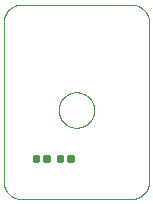
<source format=gbp>
G75*
%MOIN*%
%OFA0B0*%
%FSLAX25Y25*%
%IPPOS*%
%LPD*%
%AMOC8*
5,1,8,0,0,1.08239X$1,22.5*
%
%ADD10C,0.00000*%
%ADD11C,0.01250*%
D10*
X0001400Y0007206D02*
X0001400Y0060194D01*
X0001402Y0060346D01*
X0001408Y0060498D01*
X0001418Y0060650D01*
X0001431Y0060801D01*
X0001449Y0060952D01*
X0001470Y0061103D01*
X0001496Y0061253D01*
X0001525Y0061402D01*
X0001558Y0061551D01*
X0001595Y0061698D01*
X0001635Y0061845D01*
X0001680Y0061990D01*
X0001728Y0062134D01*
X0001780Y0062277D01*
X0001835Y0062419D01*
X0001894Y0062559D01*
X0001957Y0062698D01*
X0002023Y0062835D01*
X0002093Y0062970D01*
X0002166Y0063103D01*
X0002243Y0063234D01*
X0002323Y0063364D01*
X0002406Y0063491D01*
X0002492Y0063616D01*
X0002582Y0063739D01*
X0002675Y0063859D01*
X0002771Y0063977D01*
X0002870Y0064093D01*
X0002972Y0064206D01*
X0003076Y0064316D01*
X0003184Y0064424D01*
X0003294Y0064528D01*
X0003407Y0064630D01*
X0003523Y0064729D01*
X0003641Y0064825D01*
X0003761Y0064918D01*
X0003884Y0065008D01*
X0004009Y0065094D01*
X0004136Y0065177D01*
X0004266Y0065257D01*
X0004397Y0065334D01*
X0004530Y0065407D01*
X0004665Y0065477D01*
X0004802Y0065543D01*
X0004941Y0065606D01*
X0005081Y0065665D01*
X0005223Y0065720D01*
X0005366Y0065772D01*
X0005510Y0065820D01*
X0005655Y0065865D01*
X0005802Y0065905D01*
X0005949Y0065942D01*
X0006098Y0065975D01*
X0006247Y0066004D01*
X0006397Y0066030D01*
X0006548Y0066051D01*
X0006699Y0066069D01*
X0006850Y0066082D01*
X0007002Y0066092D01*
X0007154Y0066098D01*
X0007306Y0066100D01*
X0043994Y0066100D01*
X0044146Y0066098D01*
X0044298Y0066092D01*
X0044450Y0066082D01*
X0044601Y0066069D01*
X0044752Y0066051D01*
X0044903Y0066030D01*
X0045053Y0066004D01*
X0045202Y0065975D01*
X0045351Y0065942D01*
X0045498Y0065905D01*
X0045645Y0065865D01*
X0045790Y0065820D01*
X0045934Y0065772D01*
X0046077Y0065720D01*
X0046219Y0065665D01*
X0046359Y0065606D01*
X0046498Y0065543D01*
X0046635Y0065477D01*
X0046770Y0065407D01*
X0046903Y0065334D01*
X0047034Y0065257D01*
X0047164Y0065177D01*
X0047291Y0065094D01*
X0047416Y0065008D01*
X0047539Y0064918D01*
X0047659Y0064825D01*
X0047777Y0064729D01*
X0047893Y0064630D01*
X0048006Y0064528D01*
X0048116Y0064424D01*
X0048224Y0064316D01*
X0048328Y0064206D01*
X0048430Y0064093D01*
X0048529Y0063977D01*
X0048625Y0063859D01*
X0048718Y0063739D01*
X0048808Y0063616D01*
X0048894Y0063491D01*
X0048977Y0063364D01*
X0049057Y0063234D01*
X0049134Y0063103D01*
X0049207Y0062970D01*
X0049277Y0062835D01*
X0049343Y0062698D01*
X0049406Y0062559D01*
X0049465Y0062419D01*
X0049520Y0062277D01*
X0049572Y0062134D01*
X0049620Y0061990D01*
X0049665Y0061845D01*
X0049705Y0061698D01*
X0049742Y0061551D01*
X0049775Y0061402D01*
X0049804Y0061253D01*
X0049830Y0061103D01*
X0049851Y0060952D01*
X0049869Y0060801D01*
X0049882Y0060650D01*
X0049892Y0060498D01*
X0049898Y0060346D01*
X0049900Y0060194D01*
X0049900Y0007206D01*
X0049898Y0007054D01*
X0049892Y0006902D01*
X0049882Y0006750D01*
X0049869Y0006599D01*
X0049851Y0006448D01*
X0049830Y0006297D01*
X0049804Y0006147D01*
X0049775Y0005998D01*
X0049742Y0005849D01*
X0049705Y0005702D01*
X0049665Y0005555D01*
X0049620Y0005410D01*
X0049572Y0005266D01*
X0049520Y0005123D01*
X0049465Y0004981D01*
X0049406Y0004841D01*
X0049343Y0004702D01*
X0049277Y0004565D01*
X0049207Y0004430D01*
X0049134Y0004297D01*
X0049057Y0004166D01*
X0048977Y0004036D01*
X0048894Y0003909D01*
X0048808Y0003784D01*
X0048718Y0003661D01*
X0048625Y0003541D01*
X0048529Y0003423D01*
X0048430Y0003307D01*
X0048328Y0003194D01*
X0048224Y0003084D01*
X0048116Y0002976D01*
X0048006Y0002872D01*
X0047893Y0002770D01*
X0047777Y0002671D01*
X0047659Y0002575D01*
X0047539Y0002482D01*
X0047416Y0002392D01*
X0047291Y0002306D01*
X0047164Y0002223D01*
X0047034Y0002143D01*
X0046903Y0002066D01*
X0046770Y0001993D01*
X0046635Y0001923D01*
X0046498Y0001857D01*
X0046359Y0001794D01*
X0046219Y0001735D01*
X0046077Y0001680D01*
X0045934Y0001628D01*
X0045790Y0001580D01*
X0045645Y0001535D01*
X0045498Y0001495D01*
X0045351Y0001458D01*
X0045202Y0001425D01*
X0045053Y0001396D01*
X0044903Y0001370D01*
X0044752Y0001349D01*
X0044601Y0001331D01*
X0044450Y0001318D01*
X0044298Y0001308D01*
X0044146Y0001302D01*
X0043994Y0001300D01*
X0007306Y0001300D01*
X0007154Y0001302D01*
X0007002Y0001308D01*
X0006850Y0001318D01*
X0006699Y0001331D01*
X0006548Y0001349D01*
X0006397Y0001370D01*
X0006247Y0001396D01*
X0006098Y0001425D01*
X0005949Y0001458D01*
X0005802Y0001495D01*
X0005655Y0001535D01*
X0005510Y0001580D01*
X0005366Y0001628D01*
X0005223Y0001680D01*
X0005081Y0001735D01*
X0004941Y0001794D01*
X0004802Y0001857D01*
X0004665Y0001923D01*
X0004530Y0001993D01*
X0004397Y0002066D01*
X0004266Y0002143D01*
X0004136Y0002223D01*
X0004009Y0002306D01*
X0003884Y0002392D01*
X0003761Y0002482D01*
X0003641Y0002575D01*
X0003523Y0002671D01*
X0003407Y0002770D01*
X0003294Y0002872D01*
X0003184Y0002976D01*
X0003076Y0003084D01*
X0002972Y0003194D01*
X0002870Y0003307D01*
X0002771Y0003423D01*
X0002675Y0003541D01*
X0002582Y0003661D01*
X0002492Y0003784D01*
X0002406Y0003909D01*
X0002323Y0004036D01*
X0002243Y0004166D01*
X0002166Y0004297D01*
X0002093Y0004430D01*
X0002023Y0004565D01*
X0001957Y0004702D01*
X0001894Y0004841D01*
X0001835Y0004981D01*
X0001780Y0005123D01*
X0001728Y0005266D01*
X0001680Y0005410D01*
X0001635Y0005555D01*
X0001595Y0005702D01*
X0001558Y0005849D01*
X0001525Y0005998D01*
X0001496Y0006147D01*
X0001470Y0006297D01*
X0001449Y0006448D01*
X0001431Y0006599D01*
X0001418Y0006750D01*
X0001408Y0006902D01*
X0001402Y0007054D01*
X0001400Y0007206D01*
X0019744Y0031000D02*
X0019746Y0031153D01*
X0019752Y0031307D01*
X0019762Y0031460D01*
X0019776Y0031612D01*
X0019794Y0031765D01*
X0019816Y0031916D01*
X0019841Y0032067D01*
X0019871Y0032218D01*
X0019905Y0032368D01*
X0019942Y0032516D01*
X0019983Y0032664D01*
X0020028Y0032810D01*
X0020077Y0032956D01*
X0020130Y0033100D01*
X0020186Y0033242D01*
X0020246Y0033383D01*
X0020310Y0033523D01*
X0020377Y0033661D01*
X0020448Y0033797D01*
X0020523Y0033931D01*
X0020600Y0034063D01*
X0020682Y0034193D01*
X0020766Y0034321D01*
X0020854Y0034447D01*
X0020945Y0034570D01*
X0021039Y0034691D01*
X0021137Y0034809D01*
X0021237Y0034925D01*
X0021341Y0035038D01*
X0021447Y0035149D01*
X0021556Y0035257D01*
X0021668Y0035362D01*
X0021782Y0035463D01*
X0021900Y0035562D01*
X0022019Y0035658D01*
X0022141Y0035751D01*
X0022266Y0035840D01*
X0022393Y0035927D01*
X0022522Y0036009D01*
X0022653Y0036089D01*
X0022786Y0036165D01*
X0022921Y0036238D01*
X0023058Y0036307D01*
X0023197Y0036372D01*
X0023337Y0036434D01*
X0023479Y0036492D01*
X0023622Y0036547D01*
X0023767Y0036598D01*
X0023913Y0036645D01*
X0024060Y0036688D01*
X0024208Y0036727D01*
X0024357Y0036763D01*
X0024507Y0036794D01*
X0024658Y0036822D01*
X0024809Y0036846D01*
X0024962Y0036866D01*
X0025114Y0036882D01*
X0025267Y0036894D01*
X0025420Y0036902D01*
X0025573Y0036906D01*
X0025727Y0036906D01*
X0025880Y0036902D01*
X0026033Y0036894D01*
X0026186Y0036882D01*
X0026338Y0036866D01*
X0026491Y0036846D01*
X0026642Y0036822D01*
X0026793Y0036794D01*
X0026943Y0036763D01*
X0027092Y0036727D01*
X0027240Y0036688D01*
X0027387Y0036645D01*
X0027533Y0036598D01*
X0027678Y0036547D01*
X0027821Y0036492D01*
X0027963Y0036434D01*
X0028103Y0036372D01*
X0028242Y0036307D01*
X0028379Y0036238D01*
X0028514Y0036165D01*
X0028647Y0036089D01*
X0028778Y0036009D01*
X0028907Y0035927D01*
X0029034Y0035840D01*
X0029159Y0035751D01*
X0029281Y0035658D01*
X0029400Y0035562D01*
X0029518Y0035463D01*
X0029632Y0035362D01*
X0029744Y0035257D01*
X0029853Y0035149D01*
X0029959Y0035038D01*
X0030063Y0034925D01*
X0030163Y0034809D01*
X0030261Y0034691D01*
X0030355Y0034570D01*
X0030446Y0034447D01*
X0030534Y0034321D01*
X0030618Y0034193D01*
X0030700Y0034063D01*
X0030777Y0033931D01*
X0030852Y0033797D01*
X0030923Y0033661D01*
X0030990Y0033523D01*
X0031054Y0033383D01*
X0031114Y0033242D01*
X0031170Y0033100D01*
X0031223Y0032956D01*
X0031272Y0032810D01*
X0031317Y0032664D01*
X0031358Y0032516D01*
X0031395Y0032368D01*
X0031429Y0032218D01*
X0031459Y0032067D01*
X0031484Y0031916D01*
X0031506Y0031765D01*
X0031524Y0031612D01*
X0031538Y0031460D01*
X0031548Y0031307D01*
X0031554Y0031153D01*
X0031556Y0031000D01*
X0031554Y0030847D01*
X0031548Y0030693D01*
X0031538Y0030540D01*
X0031524Y0030388D01*
X0031506Y0030235D01*
X0031484Y0030084D01*
X0031459Y0029933D01*
X0031429Y0029782D01*
X0031395Y0029632D01*
X0031358Y0029484D01*
X0031317Y0029336D01*
X0031272Y0029190D01*
X0031223Y0029044D01*
X0031170Y0028900D01*
X0031114Y0028758D01*
X0031054Y0028617D01*
X0030990Y0028477D01*
X0030923Y0028339D01*
X0030852Y0028203D01*
X0030777Y0028069D01*
X0030700Y0027937D01*
X0030618Y0027807D01*
X0030534Y0027679D01*
X0030446Y0027553D01*
X0030355Y0027430D01*
X0030261Y0027309D01*
X0030163Y0027191D01*
X0030063Y0027075D01*
X0029959Y0026962D01*
X0029853Y0026851D01*
X0029744Y0026743D01*
X0029632Y0026638D01*
X0029518Y0026537D01*
X0029400Y0026438D01*
X0029281Y0026342D01*
X0029159Y0026249D01*
X0029034Y0026160D01*
X0028907Y0026073D01*
X0028778Y0025991D01*
X0028647Y0025911D01*
X0028514Y0025835D01*
X0028379Y0025762D01*
X0028242Y0025693D01*
X0028103Y0025628D01*
X0027963Y0025566D01*
X0027821Y0025508D01*
X0027678Y0025453D01*
X0027533Y0025402D01*
X0027387Y0025355D01*
X0027240Y0025312D01*
X0027092Y0025273D01*
X0026943Y0025237D01*
X0026793Y0025206D01*
X0026642Y0025178D01*
X0026491Y0025154D01*
X0026338Y0025134D01*
X0026186Y0025118D01*
X0026033Y0025106D01*
X0025880Y0025098D01*
X0025727Y0025094D01*
X0025573Y0025094D01*
X0025420Y0025098D01*
X0025267Y0025106D01*
X0025114Y0025118D01*
X0024962Y0025134D01*
X0024809Y0025154D01*
X0024658Y0025178D01*
X0024507Y0025206D01*
X0024357Y0025237D01*
X0024208Y0025273D01*
X0024060Y0025312D01*
X0023913Y0025355D01*
X0023767Y0025402D01*
X0023622Y0025453D01*
X0023479Y0025508D01*
X0023337Y0025566D01*
X0023197Y0025628D01*
X0023058Y0025693D01*
X0022921Y0025762D01*
X0022786Y0025835D01*
X0022653Y0025911D01*
X0022522Y0025991D01*
X0022393Y0026073D01*
X0022266Y0026160D01*
X0022141Y0026249D01*
X0022019Y0026342D01*
X0021900Y0026438D01*
X0021782Y0026537D01*
X0021668Y0026638D01*
X0021556Y0026743D01*
X0021447Y0026851D01*
X0021341Y0026962D01*
X0021237Y0027075D01*
X0021137Y0027191D01*
X0021039Y0027309D01*
X0020945Y0027430D01*
X0020854Y0027553D01*
X0020766Y0027679D01*
X0020682Y0027807D01*
X0020600Y0027937D01*
X0020523Y0028069D01*
X0020448Y0028203D01*
X0020377Y0028339D01*
X0020310Y0028477D01*
X0020246Y0028617D01*
X0020186Y0028758D01*
X0020130Y0028900D01*
X0020077Y0029044D01*
X0020028Y0029190D01*
X0019983Y0029336D01*
X0019942Y0029484D01*
X0019905Y0029632D01*
X0019871Y0029782D01*
X0019841Y0029933D01*
X0019816Y0030084D01*
X0019794Y0030235D01*
X0019776Y0030388D01*
X0019762Y0030540D01*
X0019752Y0030693D01*
X0019746Y0030847D01*
X0019744Y0031000D01*
D11*
X0019725Y0015225D02*
X0020975Y0015225D01*
X0020975Y0013975D01*
X0019725Y0013975D01*
X0019725Y0015225D01*
X0019725Y0015224D02*
X0020975Y0015224D01*
X0023225Y0015225D02*
X0024475Y0015225D01*
X0024475Y0013975D01*
X0023225Y0013975D01*
X0023225Y0015225D01*
X0023225Y0015224D02*
X0024475Y0015224D01*
X0016475Y0013975D02*
X0015225Y0013975D01*
X0015225Y0015225D01*
X0016475Y0015225D01*
X0016475Y0013975D01*
X0016475Y0015224D02*
X0015225Y0015224D01*
X0012975Y0013975D02*
X0011725Y0013975D01*
X0011725Y0015225D01*
X0012975Y0015225D01*
X0012975Y0013975D01*
X0012975Y0015224D02*
X0011725Y0015224D01*
M02*

</source>
